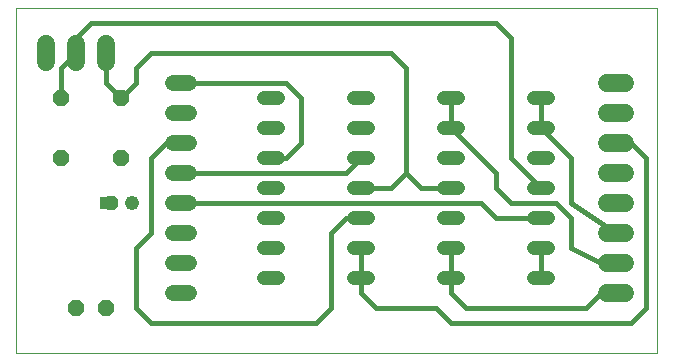
<source format=gtl>
G75*
G70*
%OFA0B0*%
%FSLAX24Y24*%
%IPPOS*%
%LPD*%
%AMOC8*
5,1,8,0,0,1.08239X$1,22.5*
%
%ADD10C,0.0000*%
%ADD11C,0.0520*%
%ADD12C,0.0600*%
%ADD13C,0.0476*%
%ADD14OC8,0.0520*%
%ADD15OC8,0.0480*%
%ADD16C,0.0480*%
%ADD17C,0.0160*%
%ADD18R,0.0396X0.0396*%
D10*
X000809Y000102D02*
X000809Y011598D01*
X022179Y011598D01*
X022179Y000102D01*
X000809Y000102D01*
D11*
X006049Y002102D02*
X006569Y002102D01*
X006569Y003102D02*
X006049Y003102D01*
X006049Y004102D02*
X006569Y004102D01*
X006569Y005102D02*
X006049Y005102D01*
X006049Y006102D02*
X006569Y006102D01*
X006569Y007102D02*
X006049Y007102D01*
X006049Y008102D02*
X006569Y008102D01*
X006569Y009102D02*
X006049Y009102D01*
D12*
X003809Y009802D02*
X003809Y010402D01*
X002809Y010402D02*
X002809Y009802D01*
X001809Y009802D02*
X001809Y010402D01*
X020509Y009102D02*
X021109Y009102D01*
X021109Y008102D02*
X020509Y008102D01*
X020509Y007102D02*
X021109Y007102D01*
X021109Y006102D02*
X020509Y006102D01*
X020509Y005102D02*
X021109Y005102D01*
X021109Y004102D02*
X020509Y004102D01*
X020509Y003102D02*
X021109Y003102D01*
X021109Y002102D02*
X020509Y002102D01*
D13*
X018546Y002602D02*
X018071Y002602D01*
X018071Y003602D02*
X018546Y003602D01*
X018546Y004602D02*
X018071Y004602D01*
X018071Y005602D02*
X018546Y005602D01*
X018546Y006602D02*
X018071Y006602D01*
X018071Y007602D02*
X018546Y007602D01*
X018546Y008602D02*
X018071Y008602D01*
X015546Y008602D02*
X015071Y008602D01*
X015071Y007602D02*
X015546Y007602D01*
X015546Y006602D02*
X015071Y006602D01*
X015071Y005602D02*
X015546Y005602D01*
X015546Y004602D02*
X015071Y004602D01*
X015071Y003602D02*
X015546Y003602D01*
X015546Y002602D02*
X015071Y002602D01*
X012546Y002602D02*
X012071Y002602D01*
X012071Y003602D02*
X012546Y003602D01*
X012546Y004602D02*
X012071Y004602D01*
X012071Y005602D02*
X012546Y005602D01*
X012546Y006602D02*
X012071Y006602D01*
X012071Y007602D02*
X012546Y007602D01*
X012546Y008602D02*
X012071Y008602D01*
X009546Y008602D02*
X009071Y008602D01*
X009071Y007602D02*
X009546Y007602D01*
X009546Y006602D02*
X009071Y006602D01*
X009071Y005602D02*
X009546Y005602D01*
X009546Y004602D02*
X009071Y004602D01*
X009071Y003602D02*
X009546Y003602D01*
X009546Y002602D02*
X009071Y002602D01*
D14*
X003809Y001602D03*
X002809Y001602D03*
X002309Y006602D03*
X004309Y006602D03*
X004309Y008602D03*
X002309Y008602D03*
D15*
X003959Y005102D03*
D16*
X004659Y005102D03*
D17*
X005309Y004102D02*
X004809Y003602D01*
X004809Y001602D01*
X005309Y001102D01*
X010809Y001102D01*
X011309Y001602D01*
X011309Y004102D01*
X011809Y004602D01*
X012309Y004602D01*
X012309Y005602D02*
X013309Y005602D01*
X013809Y006102D01*
X014309Y005602D01*
X015309Y005602D01*
X016309Y005102D02*
X016809Y004602D01*
X018309Y004602D01*
X018809Y005102D02*
X019309Y004602D01*
X019309Y003602D01*
X020309Y003102D01*
X020809Y003102D01*
X020809Y004102D02*
X019309Y005102D01*
X019309Y006602D01*
X018309Y007602D01*
X018309Y008602D01*
X020809Y007102D02*
X021309Y007102D01*
X021809Y006602D01*
X021809Y001602D01*
X021309Y001102D01*
X015309Y001102D01*
X014809Y001602D01*
X012809Y001602D01*
X012309Y002102D01*
X012309Y002602D01*
X012309Y003602D01*
X015309Y003602D02*
X015309Y002602D01*
X015309Y002102D01*
X015809Y001602D01*
X019809Y001602D01*
X020309Y002102D01*
X020809Y002102D01*
X018309Y002602D02*
X018309Y003602D01*
X018809Y005102D02*
X017309Y005102D01*
X016809Y005602D01*
X016809Y006102D01*
X015309Y007602D01*
X015309Y008602D01*
X013809Y009602D02*
X013309Y010102D01*
X005309Y010102D01*
X004809Y009602D01*
X004809Y009102D01*
X004309Y008602D01*
X003809Y009102D01*
X003809Y010102D01*
X002809Y010102D02*
X002309Y009602D01*
X002309Y008602D01*
X002809Y010102D02*
X002809Y010602D01*
X003309Y011102D01*
X016809Y011102D01*
X017309Y010602D01*
X017309Y006602D01*
X018309Y005602D01*
X016309Y005102D02*
X006309Y005102D01*
X005309Y004102D02*
X005309Y006602D01*
X005809Y007102D01*
X006309Y007102D01*
X006309Y006102D02*
X011809Y006102D01*
X012309Y006602D01*
X013809Y006102D02*
X013809Y009602D01*
X010309Y008602D02*
X010309Y007102D01*
X009809Y006602D01*
X009309Y006602D01*
X010309Y008602D02*
X009809Y009102D01*
X006309Y009102D01*
D18*
X003809Y005102D03*
M02*

</source>
